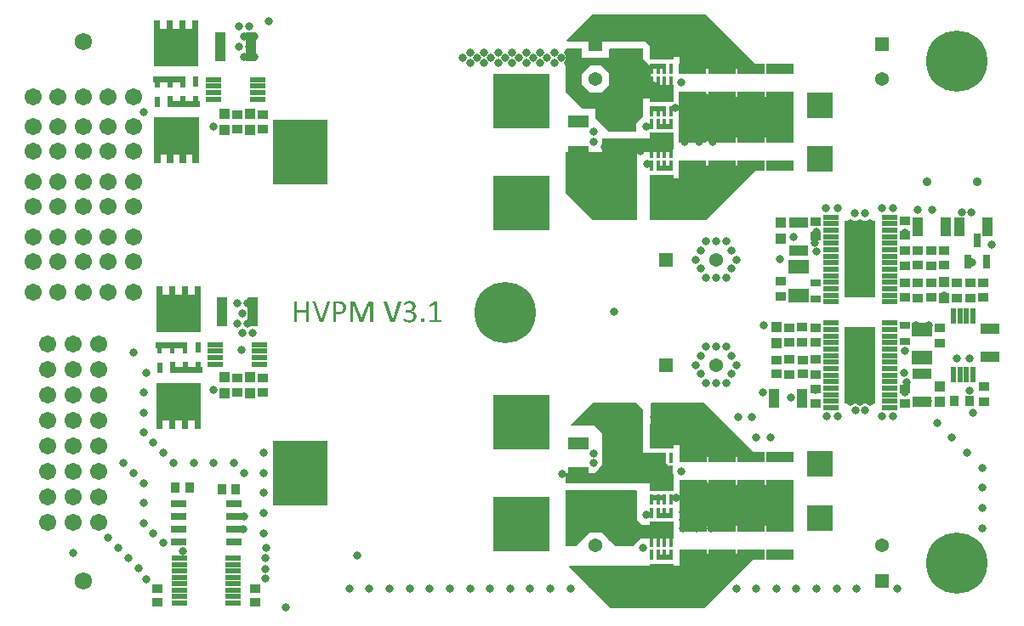
<source format=gts>
G04*
G04 #@! TF.GenerationSoftware,Altium Limited,Altium Designer,22.9.1 (49)*
G04*
G04 Layer_Color=8388736*
%FSLAX25Y25*%
%MOIN*%
G70*
G04*
G04 #@! TF.SameCoordinates,58640E65-FB78-4378-B78F-6D08F657F38D*
G04*
G04*
G04 #@! TF.FilePolarity,Negative*
G04*
G01*
G75*
%ADD44R,0.09843X0.10080*%
%ADD47R,0.04252X0.03465*%
%ADD48R,0.06398X0.02953*%
%ADD49R,0.03465X0.04252*%
%ADD50R,0.06299X0.02106*%
%ADD51R,0.21181X0.25394*%
%ADD52R,0.22402X0.21378*%
%ADD53R,0.11102X0.04409*%
%ADD54R,0.07874X0.05118*%
%ADD55R,0.01732X0.03543*%
%ADD56R,0.01732X0.04331*%
%ADD57R,0.09409X0.07126*%
%ADD58R,0.01732X0.02362*%
%ADD59R,0.04331X0.04134*%
%ADD60R,0.06004X0.02165*%
%ADD61R,0.04016X0.11496*%
%ADD62R,0.02165X0.06201*%
%ADD63R,0.04331X0.03740*%
%ADD64R,0.06102X0.02165*%
%ADD65R,0.12402X0.30158*%
%ADD66R,0.07559X0.04409*%
%ADD67R,0.03740X0.04331*%
%ADD68R,0.08110X0.05433*%
%ADD69R,0.04095X0.02520*%
%ADD70R,0.04409X0.07559*%
%ADD71R,0.01968X0.04331*%
%ADD72R,0.02953X0.05315*%
%ADD73R,0.05413X0.05413*%
%ADD74C,0.05413*%
%ADD75C,0.06713*%
%ADD76C,0.06791*%
%ADD77R,0.05413X0.05413*%
%ADD78C,0.03543*%
%ADD79C,0.03150*%
%ADD80C,0.24016*%
G36*
X76595Y214735D02*
X59232D01*
Y232648D01*
X61594D01*
Y229498D01*
X64232D01*
Y232648D01*
X66594D01*
Y229498D01*
X69232D01*
Y232648D01*
X71595D01*
Y229498D01*
X74232D01*
Y232648D01*
X76595D01*
Y214735D01*
D02*
G37*
G36*
X296388Y214242D02*
X296197Y213779D01*
X265184D01*
Y218425D01*
X257953D01*
X251969Y224410D01*
X221126Y224409D01*
X220934Y224871D01*
X231102Y235039D01*
X265184Y235039D01*
X275590D01*
X296388Y214242D01*
D02*
G37*
G36*
X71398Y206467D02*
X69429D01*
Y208435D01*
X66398D01*
Y206467D01*
X64429D01*
Y208435D01*
X61398D01*
Y206467D01*
X59429D01*
Y208435D01*
X58799D01*
Y210798D01*
X71398D01*
Y206467D01*
D02*
G37*
G36*
X76535Y200984D02*
X77165D01*
Y198622D01*
X64567D01*
Y202953D01*
X66535D01*
Y200984D01*
X69567D01*
Y202953D01*
X71535D01*
Y200984D01*
X74567D01*
Y202953D01*
X76535D01*
Y200984D01*
D02*
G37*
G36*
X226526Y221649D02*
X227018Y221630D01*
X227018Y221148D01*
Y218159D01*
X237549D01*
Y221140D01*
X238045Y221640D01*
X250807Y221630D01*
Y217697D01*
X253937Y214567D01*
X253937Y201890D01*
X250807D01*
Y195143D01*
X248181Y192517D01*
Y188976D01*
X237441D01*
X232087Y194330D01*
Y198031D01*
X227165D01*
X220472Y204724D01*
Y221300D01*
X220826Y221653D01*
X226526Y221649D01*
D02*
G37*
G36*
X309842Y186614D02*
X264961D01*
Y202756D01*
X309842D01*
Y186614D01*
D02*
G37*
G36*
X76732Y176772D02*
X74370D01*
Y179921D01*
X71732D01*
Y176772D01*
X69370D01*
Y179921D01*
X66732D01*
Y176772D01*
X64370D01*
Y179921D01*
X61732D01*
Y176772D01*
X59370D01*
Y194685D01*
X76732D01*
Y176772D01*
D02*
G37*
G36*
X296389Y175129D02*
X275590Y154331D01*
X264961Y154331D01*
Y154332D01*
X253940Y154331D01*
X253587Y154684D01*
Y165705D01*
Y170827D01*
X264961D01*
Y175591D01*
X296197D01*
X296389Y175129D01*
D02*
G37*
G36*
X262598Y181102D02*
X248425D01*
Y154331D01*
X231102D01*
X220472Y164961D01*
Y181102D01*
X235039D01*
Y186221D01*
X262598D01*
Y181102D01*
D02*
G37*
G36*
X77579Y110335D02*
X60216D01*
Y128248D01*
X62579D01*
Y125098D01*
X65216D01*
Y128248D01*
X67579D01*
Y125098D01*
X70217D01*
Y128248D01*
X72579D01*
Y125098D01*
X75217D01*
Y128248D01*
X77579D01*
Y110335D01*
D02*
G37*
G36*
X72382Y102067D02*
X70413D01*
Y104035D01*
X67382D01*
Y102067D01*
X65413D01*
Y104035D01*
X62382D01*
Y102067D01*
X60413D01*
Y104035D01*
X59784D01*
Y106398D01*
X72382D01*
Y102067D01*
D02*
G37*
G36*
X77520Y96653D02*
X78150D01*
Y94291D01*
X65551D01*
Y98622D01*
X67520D01*
Y96653D01*
X70551D01*
Y98622D01*
X72520D01*
Y96653D01*
X75551D01*
Y98622D01*
X77520D01*
Y96653D01*
D02*
G37*
G36*
X295601Y61879D02*
X295410Y61417D01*
X265131D01*
Y66181D01*
X253757D01*
Y71303D01*
Y82324D01*
X254111Y82677D01*
X265131Y82675D01*
Y82677D01*
X274803D01*
X295601Y61879D01*
D02*
G37*
G36*
X77716Y72441D02*
X75354D01*
Y75590D01*
X72716D01*
Y72441D01*
X70354D01*
Y75590D01*
X67716D01*
Y72441D01*
X65354D01*
Y75590D01*
X62717D01*
Y72441D01*
X60354D01*
Y90354D01*
X77716D01*
Y72441D01*
D02*
G37*
G36*
X249803Y80905D02*
X250787Y79921D01*
X250787Y62992D01*
X259842D01*
Y59055D01*
X261491Y57406D01*
X261888D01*
Y52187D01*
X262456Y51619D01*
X262019Y51181D01*
X220472D01*
Y55118D01*
X232192D01*
X234793Y58197D01*
Y70719D01*
X231890Y73622D01*
X222701D01*
X222509Y74084D01*
X231102Y82677D01*
X248031D01*
X249803Y80905D01*
D02*
G37*
G36*
X310013Y34252D02*
X265131D01*
Y50394D01*
X310013D01*
Y34252D01*
D02*
G37*
G36*
X248446Y47934D02*
X248446Y36653D01*
X250374Y34724D01*
X253935D01*
Y29530D01*
X253891Y29423D01*
X250024D01*
X246979Y26378D01*
X239764D01*
Y26541D01*
X234465Y31841D01*
X230102D01*
X224640Y26378D01*
X220472D01*
Y48425D01*
X247955D01*
X248446Y47934D01*
D02*
G37*
G36*
X295601Y22766D02*
X274803Y1969D01*
X265354Y1969D01*
X238189D01*
X222037Y18121D01*
X222228Y18583D01*
X265354D01*
Y23228D01*
X295410D01*
X295601Y22766D01*
D02*
G37*
G36*
X119671Y122469D02*
X119747Y122458D01*
X119769D01*
X119813Y122447D01*
X119868Y122436D01*
X119922Y122425D01*
X119933D01*
X119955Y122415D01*
X119988Y122393D01*
X120010Y122360D01*
X120021Y122349D01*
X120032Y122338D01*
X120043Y122305D01*
Y122272D01*
Y114457D01*
Y114446D01*
Y114425D01*
X120032Y114392D01*
X120010Y114359D01*
X119988Y114337D01*
X119966Y114326D01*
X119922Y114304D01*
X119912D01*
X119879Y114294D01*
X119824D01*
X119747Y114283D01*
X119726D01*
X119682Y114272D01*
X119605Y114261D01*
X119398D01*
X119321Y114272D01*
X119234Y114283D01*
X119223D01*
X119179Y114294D01*
X119124D01*
X119070Y114304D01*
X119059D01*
X119037Y114315D01*
X119004Y114337D01*
X118982Y114359D01*
Y114370D01*
X118972Y114392D01*
X118961Y114457D01*
Y118075D01*
X115255D01*
Y114457D01*
Y114446D01*
Y114425D01*
X115244Y114392D01*
X115223Y114359D01*
X115201Y114337D01*
X115179Y114326D01*
X115135Y114304D01*
X115124D01*
X115091Y114294D01*
X115037D01*
X114960Y114283D01*
X114938D01*
X114895Y114272D01*
X114818Y114261D01*
X114621D01*
X114534Y114272D01*
X114446Y114283D01*
X114436D01*
X114392Y114294D01*
X114337D01*
X114283Y114304D01*
X114272D01*
X114250Y114315D01*
X114217Y114337D01*
X114195Y114359D01*
Y114370D01*
X114184Y114392D01*
X114173Y114457D01*
Y122272D01*
Y122283D01*
Y122305D01*
X114195Y122360D01*
Y122371D01*
X114217Y122382D01*
X114239Y122404D01*
X114283Y122425D01*
X114294D01*
X114326Y122436D01*
X114381Y122447D01*
X114446Y122458D01*
X114468D01*
X114523Y122469D01*
X114600Y122480D01*
X114796D01*
X114884Y122469D01*
X114960Y122458D01*
X114982D01*
X115026Y122447D01*
X115080Y122436D01*
X115135Y122425D01*
X115146D01*
X115168Y122415D01*
X115201Y122393D01*
X115223Y122360D01*
X115233Y122349D01*
X115244Y122338D01*
X115255Y122305D01*
Y122272D01*
Y119015D01*
X118961D01*
Y122272D01*
Y122283D01*
Y122305D01*
X118982Y122360D01*
Y122371D01*
X119004Y122382D01*
X119026Y122404D01*
X119070Y122425D01*
X119081D01*
X119114Y122436D01*
X119168Y122447D01*
X119234Y122458D01*
X119256D01*
X119299Y122469D01*
X119387Y122480D01*
X119584D01*
X119671Y122469D01*
D02*
G37*
G36*
X144712Y122436D02*
X144766Y122415D01*
X144777Y122404D01*
X144821Y122393D01*
X144865Y122360D01*
X144908Y122316D01*
X144919Y122305D01*
X144952Y122283D01*
X144985Y122229D01*
X145018Y122174D01*
X145029Y122163D01*
X145040Y122119D01*
X145051Y122043D01*
X145061Y121955D01*
Y114457D01*
Y114446D01*
Y114425D01*
X145051Y114392D01*
X145029Y114359D01*
X145007Y114337D01*
X144985Y114326D01*
X144941Y114304D01*
X144930D01*
X144897Y114294D01*
X144843D01*
X144777Y114283D01*
X144755D01*
X144712Y114272D01*
X144624Y114261D01*
X144428D01*
X144340Y114272D01*
X144253Y114283D01*
X144242D01*
X144198Y114294D01*
X144143D01*
X144089Y114304D01*
X144078D01*
X144056Y114315D01*
X144023Y114337D01*
X144001Y114359D01*
Y114370D01*
X143990Y114392D01*
X143979Y114457D01*
Y121551D01*
X143957D01*
X141083Y114425D01*
Y114414D01*
X141072Y114403D01*
X141061Y114370D01*
X141028Y114348D01*
X141017D01*
X141006Y114326D01*
X140974Y114315D01*
X140930Y114294D01*
X140919D01*
X140886Y114283D01*
X140842D01*
X140777Y114272D01*
X140722D01*
X140646Y114261D01*
X140482D01*
X140405Y114272D01*
X140329Y114283D01*
X140318D01*
X140274Y114294D01*
X140230D01*
X140176Y114304D01*
X140165D01*
X140143Y114315D01*
X140110Y114337D01*
X140077Y114359D01*
Y114370D01*
X140056Y114381D01*
X140034Y114425D01*
X137279Y121551D01*
Y114457D01*
Y114446D01*
Y114425D01*
X137268Y114392D01*
X137247Y114359D01*
X137225Y114337D01*
X137203Y114326D01*
X137159Y114304D01*
X137148D01*
X137115Y114294D01*
X137061D01*
X136984Y114283D01*
X136962D01*
X136919Y114272D01*
X136831Y114261D01*
X136634D01*
X136547Y114272D01*
X136460Y114283D01*
X136449D01*
X136405Y114294D01*
X136350D01*
X136296Y114304D01*
X136285D01*
X136263Y114315D01*
X136241Y114337D01*
X136219Y114359D01*
Y114370D01*
X136208Y114392D01*
X136197Y114457D01*
Y121955D01*
Y121966D01*
Y121999D01*
X136208Y122043D01*
X136219Y122098D01*
X136252Y122229D01*
X136285Y122283D01*
X136328Y122327D01*
X136339Y122338D01*
X136350Y122349D01*
X136427Y122393D01*
X136525Y122425D01*
X136580Y122447D01*
X137432D01*
X137552Y122425D01*
X137673Y122404D01*
X137684D01*
X137695Y122393D01*
X137760Y122382D01*
X137848Y122338D01*
X137935Y122283D01*
X137946D01*
X137957Y122272D01*
X138001Y122229D01*
X138066Y122163D01*
X138132Y122076D01*
X138143Y122054D01*
X138175Y121999D01*
X138219Y121901D01*
X138263Y121781D01*
X140602Y115878D01*
X140624D01*
X143050Y121759D01*
Y121770D01*
X143061Y121791D01*
X143083Y121824D01*
X143094Y121879D01*
X143149Y121977D01*
X143203Y122087D01*
Y122098D01*
X143214Y122108D01*
X143258Y122163D01*
X143324Y122229D01*
X143389Y122294D01*
X143411Y122305D01*
X143455Y122338D01*
X143520Y122371D01*
X143608Y122404D01*
X143619D01*
X143630Y122415D01*
X143684Y122425D01*
X143783Y122436D01*
X143892Y122447D01*
X144646D01*
X144712Y122436D01*
D02*
G37*
G36*
X155860Y122469D02*
X155959Y122458D01*
X155981D01*
X156024Y122447D01*
X156079Y122436D01*
X156112Y122404D01*
X156123Y122393D01*
X156133Y122371D01*
X156144Y122327D01*
Y122272D01*
Y122261D01*
X156133Y122207D01*
X156123Y122141D01*
X156090Y122043D01*
X153434Y114479D01*
Y114468D01*
X153423Y114446D01*
X153368Y114370D01*
X153357Y114359D01*
X153335Y114348D01*
X153292Y114326D01*
X153237Y114304D01*
X153226D01*
X153182Y114294D01*
X153117Y114283D01*
X153040Y114272D01*
X152964D01*
X152865Y114261D01*
X152581D01*
X152494Y114272D01*
X152374D01*
X152319Y114283D01*
X152308D01*
X152275Y114294D01*
X152188Y114304D01*
X152177D01*
X152155Y114315D01*
X152089Y114337D01*
Y114348D01*
X152067Y114359D01*
X152035Y114403D01*
Y114414D01*
X152024Y114425D01*
X152002Y114490D01*
X149335Y122054D01*
Y122065D01*
X149324Y122076D01*
X149313Y122130D01*
X149291Y122207D01*
X149280Y122272D01*
Y122283D01*
X149291Y122327D01*
X149302Y122360D01*
X149335Y122404D01*
X149346Y122415D01*
X149379Y122425D01*
X149433Y122447D01*
X149510Y122458D01*
X149532D01*
X149565Y122469D01*
X149608D01*
X149718Y122480D01*
X150046D01*
X150133Y122469D01*
X150155D01*
X150198Y122458D01*
X150253Y122447D01*
X150297Y122425D01*
X150308D01*
X150330Y122415D01*
X150352Y122393D01*
X150373Y122360D01*
X150384Y122349D01*
X150395Y122338D01*
X150417Y122305D01*
X150439Y122261D01*
X152778Y115408D01*
X155051Y122250D01*
Y122261D01*
X155062Y122294D01*
X155084Y122360D01*
X155095Y122371D01*
X155106Y122382D01*
X155172Y122425D01*
X155183Y122436D01*
X155215Y122447D01*
X155270Y122458D01*
X155347Y122469D01*
X155368D01*
X155434Y122480D01*
X155762D01*
X155860Y122469D01*
D02*
G37*
G36*
X127923D02*
X128022Y122458D01*
X128043D01*
X128087Y122447D01*
X128142Y122436D01*
X128175Y122404D01*
X128185Y122393D01*
X128196Y122371D01*
X128207Y122327D01*
Y122272D01*
Y122261D01*
X128196Y122207D01*
X128185Y122141D01*
X128153Y122043D01*
X125497Y114479D01*
Y114468D01*
X125486Y114446D01*
X125431Y114370D01*
X125420Y114359D01*
X125398Y114348D01*
X125355Y114326D01*
X125300Y114304D01*
X125289D01*
X125245Y114294D01*
X125180Y114283D01*
X125103Y114272D01*
X125027D01*
X124928Y114261D01*
X124644D01*
X124557Y114272D01*
X124436D01*
X124382Y114283D01*
X124371D01*
X124338Y114294D01*
X124251Y114304D01*
X124240D01*
X124218Y114315D01*
X124152Y114337D01*
Y114348D01*
X124130Y114359D01*
X124098Y114403D01*
Y114414D01*
X124087Y114425D01*
X124065Y114490D01*
X121398Y122054D01*
Y122065D01*
X121387Y122076D01*
X121376Y122130D01*
X121354Y122207D01*
X121343Y122272D01*
Y122283D01*
X121354Y122327D01*
X121365Y122360D01*
X121398Y122404D01*
X121409Y122415D01*
X121442Y122425D01*
X121496Y122447D01*
X121573Y122458D01*
X121595D01*
X121627Y122469D01*
X121671D01*
X121781Y122480D01*
X122108D01*
X122196Y122469D01*
X122218D01*
X122261Y122458D01*
X122316Y122447D01*
X122360Y122425D01*
X122371D01*
X122393Y122415D01*
X122415Y122393D01*
X122436Y122360D01*
X122447Y122349D01*
X122458Y122338D01*
X122480Y122305D01*
X122502Y122261D01*
X124841Y115408D01*
X127114Y122250D01*
Y122261D01*
X127125Y122294D01*
X127147Y122360D01*
X127158Y122371D01*
X127169Y122382D01*
X127235Y122425D01*
X127245Y122436D01*
X127278Y122447D01*
X127333Y122458D01*
X127410Y122469D01*
X127431D01*
X127497Y122480D01*
X127825D01*
X127923Y122469D01*
D02*
G37*
G36*
X159675Y122556D02*
X159806Y122546D01*
X159959Y122535D01*
X160123Y122502D01*
X160298Y122469D01*
X160462Y122415D01*
X160484Y122404D01*
X160538Y122393D01*
X160615Y122360D01*
X160713Y122305D01*
X160822Y122250D01*
X160943Y122185D01*
X161063Y122098D01*
X161172Y121999D01*
X161183Y121988D01*
X161216Y121955D01*
X161271Y121901D01*
X161336Y121824D01*
X161413Y121726D01*
X161478Y121617D01*
X161555Y121496D01*
X161609Y121365D01*
X161620Y121354D01*
X161631Y121300D01*
X161653Y121223D01*
X161686Y121125D01*
X161708Y121004D01*
X161730Y120873D01*
X161741Y120720D01*
X161751Y120556D01*
Y120535D01*
Y120491D01*
Y120414D01*
X161741Y120327D01*
X161730Y120218D01*
X161708Y120086D01*
X161642Y119835D01*
Y119824D01*
X161620Y119780D01*
X161599Y119715D01*
X161566Y119638D01*
X161522Y119551D01*
X161478Y119452D01*
X161347Y119245D01*
X161336Y119234D01*
X161314Y119201D01*
X161271Y119157D01*
X161216Y119103D01*
X161139Y119026D01*
X161063Y118961D01*
X160866Y118818D01*
X160855Y118807D01*
X160822Y118786D01*
X160757Y118764D01*
X160680Y118720D01*
X160593Y118676D01*
X160484Y118644D01*
X160353Y118600D01*
X160221Y118567D01*
Y118556D01*
X160243D01*
X160287Y118545D01*
X160374Y118534D01*
X160473Y118512D01*
X160593Y118491D01*
X160724Y118447D01*
X160855Y118403D01*
X160986Y118349D01*
X160997Y118338D01*
X161041Y118316D01*
X161107Y118283D01*
X161194Y118239D01*
X161293Y118174D01*
X161391Y118097D01*
X161588Y117922D01*
X161599Y117911D01*
X161631Y117878D01*
X161675Y117824D01*
X161741Y117758D01*
X161806Y117671D01*
X161872Y117572D01*
X161937Y117452D01*
X161992Y117332D01*
X162003Y117321D01*
X162014Y117277D01*
X162036Y117212D01*
X162068Y117124D01*
X162090Y117015D01*
X162112Y116895D01*
X162123Y116764D01*
X162134Y116622D01*
Y116611D01*
Y116600D01*
Y116567D01*
Y116523D01*
X162123Y116414D01*
X162112Y116283D01*
X162090Y116119D01*
X162047Y115955D01*
X162003Y115780D01*
X161937Y115605D01*
X161926Y115583D01*
X161905Y115529D01*
X161861Y115441D01*
X161795Y115343D01*
X161708Y115223D01*
X161620Y115091D01*
X161500Y114960D01*
X161369Y114829D01*
X161358Y114818D01*
X161303Y114774D01*
X161227Y114720D01*
X161118Y114654D01*
X160997Y114567D01*
X160844Y114490D01*
X160670Y114414D01*
X160473Y114337D01*
X160462D01*
X160451Y114326D01*
X160418D01*
X160374Y114315D01*
X160265Y114283D01*
X160123Y114261D01*
X159948Y114228D01*
X159740Y114195D01*
X159511Y114184D01*
X159270Y114173D01*
X159117D01*
X159019Y114184D01*
X158899D01*
X158768Y114206D01*
X158494Y114239D01*
X158483D01*
X158440Y114250D01*
X158374Y114261D01*
X158287Y114283D01*
X158188Y114304D01*
X158079Y114326D01*
X157860Y114392D01*
X157850D01*
X157817Y114403D01*
X157762Y114425D01*
X157696Y114446D01*
X157554Y114512D01*
X157401Y114578D01*
X157390D01*
X157369Y114600D01*
X157303Y114632D01*
X157227Y114676D01*
X157194Y114698D01*
X157172Y114720D01*
X157161Y114731D01*
X157150Y114752D01*
X157106Y114807D01*
Y114818D01*
X157095Y114840D01*
X157084Y114873D01*
X157063Y114917D01*
Y114927D01*
X157052Y114960D01*
X157041Y115004D01*
X157030Y115069D01*
Y115091D01*
Y115135D01*
Y115212D01*
Y115299D01*
Y115310D01*
Y115332D01*
Y115375D01*
X157041Y115419D01*
X157052Y115518D01*
X157063Y115572D01*
X157073Y115605D01*
X157084Y115616D01*
X157106Y115660D01*
X157139Y115692D01*
X157194Y115703D01*
X157205D01*
X157248Y115692D01*
X157314Y115660D01*
X157423Y115594D01*
X157434D01*
X157456Y115572D01*
X157489Y115561D01*
X157544Y115529D01*
X157609Y115496D01*
X157686Y115463D01*
X157860Y115375D01*
X157871D01*
X157904Y115354D01*
X157970Y115332D01*
X158046Y115310D01*
X158134Y115277D01*
X158243Y115244D01*
X158363Y115201D01*
X158494Y115168D01*
X158516D01*
X158560Y115157D01*
X158636Y115135D01*
X158735Y115124D01*
X158844Y115102D01*
X158986Y115080D01*
X159128Y115069D01*
X159369D01*
X159445Y115080D01*
X159544D01*
X159664Y115091D01*
X159784Y115113D01*
X160036Y115168D01*
X160046D01*
X160090Y115190D01*
X160156Y115212D01*
X160232Y115244D01*
X160407Y115343D01*
X160582Y115474D01*
X160593Y115485D01*
X160615Y115507D01*
X160659Y115550D01*
X160702Y115605D01*
X160757Y115671D01*
X160811Y115747D01*
X160910Y115933D01*
X160921Y115944D01*
X160932Y115977D01*
X160954Y116031D01*
X160976Y116108D01*
X160997Y116195D01*
X161008Y116294D01*
X161030Y116403D01*
Y116523D01*
Y116534D01*
Y116578D01*
X161019Y116643D01*
X161008Y116731D01*
X160997Y116818D01*
X160976Y116928D01*
X160932Y117026D01*
X160888Y117135D01*
X160877Y117146D01*
X160866Y117179D01*
X160833Y117234D01*
X160779Y117299D01*
X160724Y117376D01*
X160659Y117463D01*
X160571Y117540D01*
X160473Y117616D01*
X160462Y117627D01*
X160429Y117649D01*
X160363Y117693D01*
X160287Y117736D01*
X160188Y117780D01*
X160079Y117835D01*
X159948Y117889D01*
X159806Y117933D01*
X159784D01*
X159740Y117955D01*
X159653Y117966D01*
X159544Y117988D01*
X159413Y118010D01*
X159259Y118021D01*
X159096Y118043D01*
X158079D01*
X158002Y118064D01*
X157992D01*
X157981Y118086D01*
X157926Y118130D01*
Y118141D01*
X157904Y118163D01*
X157893Y118206D01*
X157871Y118261D01*
Y118272D01*
X157860Y118327D01*
X157850Y118392D01*
Y118480D01*
Y118491D01*
Y118501D01*
Y118545D01*
Y118611D01*
X157860Y118676D01*
Y118687D01*
X157871Y118720D01*
X157893Y118764D01*
X157915Y118797D01*
X157926Y118807D01*
X157937Y118818D01*
X157992Y118862D01*
X158002Y118873D01*
X158024Y118884D01*
X158057Y118895D01*
X158877D01*
X158964Y118906D01*
X159063D01*
X159172Y118917D01*
X159303Y118939D01*
X159555Y118993D01*
X159565D01*
X159609Y119015D01*
X159675Y119037D01*
X159751Y119070D01*
X159926Y119168D01*
X160112Y119299D01*
X160123Y119310D01*
X160145Y119332D01*
X160188Y119376D01*
X160243Y119441D01*
X160298Y119507D01*
X160353Y119595D01*
X160462Y119780D01*
X160473Y119791D01*
X160484Y119835D01*
X160505Y119890D01*
X160527Y119966D01*
X160549Y120064D01*
X160571Y120163D01*
X160593Y120283D01*
Y120414D01*
Y120425D01*
Y120458D01*
Y120502D01*
X160582Y120567D01*
X160560Y120720D01*
X160505Y120895D01*
Y120906D01*
X160495Y120939D01*
X160473Y120983D01*
X160451Y121037D01*
X160374Y121168D01*
X160265Y121300D01*
X160254Y121310D01*
X160232Y121332D01*
X160199Y121365D01*
X160156Y121398D01*
X160090Y121442D01*
X160014Y121485D01*
X159839Y121573D01*
X159828D01*
X159795Y121584D01*
X159740Y121606D01*
X159675Y121627D01*
X159587Y121638D01*
X159489Y121660D01*
X159380Y121671D01*
X159194D01*
X159128Y121660D01*
X159041D01*
X158932Y121638D01*
X158822Y121617D01*
X158702Y121595D01*
X158582Y121551D01*
X158571D01*
X158527Y121529D01*
X158473Y121507D01*
X158407Y121485D01*
X158319Y121453D01*
X158232Y121409D01*
X158046Y121321D01*
X158035D01*
X158002Y121300D01*
X157959Y121278D01*
X157904Y121245D01*
X157773Y121179D01*
X157642Y121092D01*
X157631D01*
X157620Y121070D01*
X157554Y121037D01*
X157489Y121004D01*
X157434Y120983D01*
X157412D01*
X157347Y120994D01*
X157325Y121004D01*
X157314Y121026D01*
X157292Y121048D01*
Y121059D01*
X157281Y121092D01*
X157270Y121136D01*
X157259Y121190D01*
Y121201D01*
Y121256D01*
Y121321D01*
Y121409D01*
Y121431D01*
Y121464D01*
Y121518D01*
Y121573D01*
Y121584D01*
X157270Y121617D01*
X157281Y121704D01*
Y121715D01*
X157292Y121737D01*
X157325Y121802D01*
X157336Y121813D01*
X157347Y121835D01*
X157412Y121901D01*
X157423Y121912D01*
X157467Y121944D01*
X157544Y121999D01*
X157653Y122076D01*
X157664Y122087D01*
X157686Y122098D01*
X157729Y122119D01*
X157784Y122152D01*
X157850Y122185D01*
X157926Y122229D01*
X158101Y122305D01*
X158112D01*
X158145Y122327D01*
X158210Y122349D01*
X158287Y122371D01*
X158374Y122404D01*
X158483Y122425D01*
X158593Y122458D01*
X158724Y122491D01*
X158735D01*
X158790Y122502D01*
X158855Y122513D01*
X158953Y122535D01*
X159063Y122546D01*
X159183Y122556D01*
X159325Y122567D01*
X159565D01*
X159675Y122556D01*
D02*
G37*
G36*
X169971Y122491D02*
X170047Y122480D01*
X170069D01*
X170113Y122469D01*
X170168Y122458D01*
X170211Y122447D01*
X170222D01*
X170244Y122436D01*
X170266Y122415D01*
X170288Y122393D01*
X170299Y122371D01*
X170310Y122316D01*
Y115168D01*
X171818D01*
X171840Y115157D01*
X171873Y115135D01*
X171884Y115124D01*
X171895Y115113D01*
X171949Y115048D01*
X171960Y115037D01*
X171971Y115015D01*
X171982Y114960D01*
X171993Y114906D01*
Y114895D01*
X172004Y114851D01*
X172015Y114796D01*
Y114720D01*
Y114698D01*
Y114654D01*
X172004Y114578D01*
X171993Y114512D01*
Y114501D01*
X171982Y114468D01*
X171938Y114381D01*
Y114370D01*
X171916Y114359D01*
X171862Y114315D01*
X171840Y114304D01*
X171785Y114294D01*
X167501D01*
X167435Y114315D01*
X167413Y114337D01*
X167369Y114381D01*
Y114392D01*
X167348Y114414D01*
X167337Y114457D01*
X167315Y114512D01*
Y114523D01*
Y114567D01*
X167304Y114632D01*
Y114720D01*
Y114742D01*
Y114785D01*
Y114840D01*
X167315Y114906D01*
Y114917D01*
X167326Y114960D01*
X167348Y115004D01*
X167359Y115048D01*
X167369Y115059D01*
X167380Y115080D01*
X167435Y115135D01*
X167446Y115146D01*
X167468Y115157D01*
X167490Y115168D01*
X169228D01*
Y121365D01*
X167654Y120425D01*
X167632Y120414D01*
X167588Y120392D01*
X167523Y120360D01*
X167457Y120338D01*
X167413D01*
X167369Y120349D01*
X167337Y120370D01*
X167326Y120381D01*
X167315Y120403D01*
X167293Y120447D01*
X167282Y120502D01*
Y120524D01*
Y120567D01*
X167271Y120644D01*
Y120742D01*
Y120764D01*
Y120808D01*
Y120862D01*
Y120928D01*
Y120939D01*
X167282Y120972D01*
X167293Y121015D01*
X167304Y121048D01*
Y121059D01*
X167315Y121081D01*
X167359Y121136D01*
X167369Y121147D01*
X167380Y121168D01*
X167446Y121223D01*
X169326Y122425D01*
X169337Y122436D01*
X169381Y122447D01*
X169392D01*
X169413Y122458D01*
X169479Y122480D01*
X169490D01*
X169512Y122491D01*
X169621D01*
X169665Y122502D01*
X169883D01*
X169971Y122491D01*
D02*
G37*
G36*
X131934Y122436D02*
X132022D01*
X132197Y122415D01*
X132240D01*
X132295Y122404D01*
X132361Y122393D01*
X132448Y122382D01*
X132547Y122360D01*
X132656Y122338D01*
X132776Y122316D01*
X132787D01*
X132831Y122305D01*
X132896Y122283D01*
X132984Y122261D01*
X133082Y122229D01*
X133191Y122174D01*
X133323Y122119D01*
X133443Y122054D01*
X133454Y122043D01*
X133498Y122021D01*
X133563Y121977D01*
X133651Y121923D01*
X133738Y121846D01*
X133836Y121759D01*
X133935Y121671D01*
X134033Y121562D01*
X134044Y121551D01*
X134077Y121507D01*
X134121Y121453D01*
X134175Y121376D01*
X134230Y121278D01*
X134295Y121158D01*
X134350Y121037D01*
X134405Y120895D01*
X134416Y120873D01*
X134426Y120830D01*
X134448Y120753D01*
X134470Y120644D01*
X134492Y120524D01*
X134514Y120381D01*
X134536Y120218D01*
Y120054D01*
Y120043D01*
Y120032D01*
Y119999D01*
Y119955D01*
X134525Y119835D01*
X134514Y119682D01*
X134481Y119518D01*
X134448Y119332D01*
X134394Y119135D01*
X134328Y118950D01*
X134317Y118928D01*
X134295Y118873D01*
X134241Y118775D01*
X134186Y118666D01*
X134099Y118523D01*
X134000Y118392D01*
X133880Y118250D01*
X133749Y118108D01*
X133727Y118097D01*
X133683Y118053D01*
X133607Y117988D01*
X133498Y117911D01*
X133366Y117835D01*
X133202Y117747D01*
X133028Y117660D01*
X132831Y117583D01*
X132820D01*
X132809Y117572D01*
X132776Y117561D01*
X132732Y117551D01*
X132623Y117529D01*
X132459Y117496D01*
X132273Y117452D01*
X132055Y117430D01*
X131803Y117409D01*
X131530Y117398D01*
X130612D01*
Y114457D01*
Y114446D01*
Y114425D01*
X130601Y114392D01*
X130579Y114359D01*
X130568D01*
X130557Y114337D01*
X130525Y114326D01*
X130481Y114304D01*
X130470D01*
X130437Y114294D01*
X130393D01*
X130317Y114283D01*
X130295D01*
X130251Y114272D01*
X130175Y114261D01*
X129978D01*
X129891Y114272D01*
X129803Y114283D01*
X129792D01*
X129748Y114294D01*
X129694D01*
X129639Y114304D01*
X129628D01*
X129606Y114315D01*
X129574Y114337D01*
X129552Y114359D01*
Y114370D01*
X129541Y114392D01*
X129530Y114457D01*
Y121977D01*
Y121988D01*
Y122021D01*
X129541Y122065D01*
X129552Y122119D01*
X129585Y122240D01*
X129617Y122294D01*
X129661Y122338D01*
X129672D01*
X129683Y122360D01*
X129748Y122393D01*
X129836Y122425D01*
X129956Y122447D01*
X131858D01*
X131934Y122436D01*
D02*
G37*
G36*
X164681Y115692D02*
X164757Y115682D01*
X164932Y115638D01*
X165009Y115605D01*
X165074Y115550D01*
X165085Y115540D01*
X165096Y115518D01*
X165118Y115485D01*
X165151Y115430D01*
X165173Y115343D01*
X165194Y115244D01*
X165205Y115124D01*
X165216Y114971D01*
Y114949D01*
Y114906D01*
X165205Y114829D01*
X165194Y114731D01*
X165151Y114534D01*
X165118Y114446D01*
X165063Y114381D01*
X165052Y114370D01*
X165031Y114359D01*
X164998Y114337D01*
X164943Y114315D01*
X164877Y114283D01*
X164779Y114261D01*
X164670Y114250D01*
X164539Y114239D01*
X164473D01*
X164408Y114250D01*
X164331Y114261D01*
X164156Y114304D01*
X164080Y114337D01*
X164014Y114381D01*
X164003Y114392D01*
X163992Y114414D01*
X163970Y114446D01*
X163949Y114512D01*
X163916Y114589D01*
X163894Y114687D01*
X163883Y114807D01*
X163872Y114960D01*
Y114982D01*
Y115037D01*
X163883Y115102D01*
X163894Y115201D01*
X163937Y115397D01*
X163970Y115485D01*
X164014Y115550D01*
X164025Y115561D01*
X164047Y115572D01*
X164080Y115594D01*
X164134Y115627D01*
X164211Y115660D01*
X164309Y115682D01*
X164418Y115692D01*
X164550Y115703D01*
X164615D01*
X164681Y115692D01*
D02*
G37*
%LPC*%
G36*
X234465Y214911D02*
X230102D01*
X227018Y211827D01*
Y207465D01*
X230102Y204380D01*
X234465D01*
X237549Y207465D01*
Y211827D01*
X234465Y214911D01*
D02*
G37*
G36*
X131607Y121551D02*
X130612D01*
Y118283D01*
X131672D01*
X131760Y118294D01*
X131869D01*
X132000Y118316D01*
X132131Y118338D01*
X132273Y118359D01*
X132394Y118403D01*
X132404Y118414D01*
X132448Y118425D01*
X132514Y118458D01*
X132590Y118501D01*
X132765Y118611D01*
X132940Y118753D01*
X132951Y118764D01*
X132973Y118797D01*
X133017Y118840D01*
X133071Y118906D01*
X133126Y118982D01*
X133180Y119070D01*
X133235Y119168D01*
X133279Y119278D01*
X133290Y119289D01*
X133301Y119332D01*
X133323Y119398D01*
X133344Y119485D01*
X133366Y119584D01*
X133377Y119704D01*
X133399Y119835D01*
Y119966D01*
Y119977D01*
Y119988D01*
Y120054D01*
X133388Y120141D01*
X133377Y120250D01*
X133355Y120381D01*
X133312Y120524D01*
X133268Y120655D01*
X133202Y120786D01*
X133191Y120797D01*
X133170Y120841D01*
X133126Y120906D01*
X133071Y120972D01*
X133006Y121059D01*
X132929Y121147D01*
X132842Y121223D01*
X132743Y121289D01*
X132732Y121300D01*
X132700Y121310D01*
X132645Y121343D01*
X132568Y121376D01*
X132481Y121409D01*
X132394Y121442D01*
X132284Y121475D01*
X132175Y121496D01*
X132164D01*
X132131Y121507D01*
X132066Y121518D01*
X132000Y121529D01*
X131913D01*
X131814Y121540D01*
X131607Y121551D01*
D02*
G37*
%LPD*%
D44*
X320079Y178456D02*
D03*
Y199497D02*
D03*
X320079Y37511D02*
D03*
Y58552D02*
D03*
D47*
X98819Y4331D02*
D03*
Y9843D02*
D03*
X60630Y4331D02*
D03*
Y9843D02*
D03*
X91929Y92323D02*
D03*
Y86811D02*
D03*
X101772Y92323D02*
D03*
Y86811D02*
D03*
X384252Y129528D02*
D03*
Y124016D02*
D03*
X353543Y87992D02*
D03*
Y82480D02*
D03*
X353551Y129618D02*
D03*
Y124106D02*
D03*
X363787D02*
D03*
Y129618D02*
D03*
X318504Y87992D02*
D03*
Y82480D02*
D03*
X303157Y99500D02*
D03*
Y93988D02*
D03*
X313394Y99500D02*
D03*
Y93988D02*
D03*
X308268Y112008D02*
D03*
Y106496D02*
D03*
X318504D02*
D03*
Y112008D02*
D03*
X91870Y190039D02*
D03*
Y195551D02*
D03*
X101969Y190157D02*
D03*
Y195669D02*
D03*
X358669Y136705D02*
D03*
Y142217D02*
D03*
X368905Y136705D02*
D03*
Y142217D02*
D03*
X318512Y148122D02*
D03*
Y153634D02*
D03*
X353543Y148425D02*
D03*
Y153937D02*
D03*
D48*
X90402Y42933D02*
D03*
Y37933D02*
D03*
Y32933D02*
D03*
Y27933D02*
D03*
X69047D02*
D03*
Y32933D02*
D03*
Y37933D02*
D03*
Y42933D02*
D03*
D49*
X91339Y48819D02*
D03*
X85827D02*
D03*
X67716Y49213D02*
D03*
X73228D02*
D03*
D50*
X69095Y21543D02*
D03*
Y19047D02*
D03*
Y16543D02*
D03*
Y14047D02*
D03*
Y11543D02*
D03*
Y9047D02*
D03*
Y6543D02*
D03*
Y4047D02*
D03*
X90354D02*
D03*
Y6543D02*
D03*
Y9047D02*
D03*
Y11543D02*
D03*
Y14047D02*
D03*
Y16543D02*
D03*
Y19047D02*
D03*
Y21543D02*
D03*
D51*
X116457Y181102D02*
D03*
Y55118D02*
D03*
D52*
X203366Y161122D02*
D03*
Y201102D02*
D03*
Y35138D02*
D03*
Y75118D02*
D03*
D53*
X304626Y213779D02*
D03*
X270472Y23031D02*
D03*
X293209Y213779D02*
D03*
X281890Y23031D02*
D03*
X281791Y213779D02*
D03*
X293307Y23031D02*
D03*
X270374Y213779D02*
D03*
X304724Y23031D02*
D03*
X270374Y202756D02*
D03*
X270374Y186614D02*
D03*
Y175591D02*
D03*
X281791Y202756D02*
D03*
X293209D02*
D03*
X304626D02*
D03*
X304626Y186614D02*
D03*
Y175591D02*
D03*
X281791Y186614D02*
D03*
Y175591D02*
D03*
X293209Y186614D02*
D03*
Y175591D02*
D03*
X270472Y61221D02*
D03*
Y50197D02*
D03*
X281890Y61221D02*
D03*
Y50197D02*
D03*
X293307Y34055D02*
D03*
X270472D02*
D03*
X281890D02*
D03*
X304724D02*
D03*
X293307Y61221D02*
D03*
Y50197D02*
D03*
X304724Y61221D02*
D03*
Y50197D02*
D03*
D54*
X225590Y181102D02*
D03*
Y192913D02*
D03*
X225492Y55020D02*
D03*
Y66831D02*
D03*
D55*
X254232Y11142D02*
D03*
X256791D02*
D03*
X259350D02*
D03*
X261910D02*
D03*
Y27677D02*
D03*
X259350D02*
D03*
X256791D02*
D03*
X254232D02*
D03*
X261910Y56299D02*
D03*
X259350D02*
D03*
X256791D02*
D03*
X254232D02*
D03*
Y72835D02*
D03*
X256791D02*
D03*
X259350D02*
D03*
X261910D02*
D03*
X254232Y180315D02*
D03*
X256791D02*
D03*
X259350D02*
D03*
X261909D02*
D03*
X254232Y208937D02*
D03*
X256791D02*
D03*
X259350D02*
D03*
X261909D02*
D03*
Y163779D02*
D03*
X259350D02*
D03*
X256791D02*
D03*
X254232D02*
D03*
Y225472D02*
D03*
X256791D02*
D03*
X259350D02*
D03*
X261909D02*
D03*
D56*
X261910Y22913D02*
D03*
X259350D02*
D03*
X256791D02*
D03*
X254232D02*
D03*
Y39449D02*
D03*
X256791D02*
D03*
X259350D02*
D03*
X261910D02*
D03*
X254232Y44528D02*
D03*
X256791D02*
D03*
X259350D02*
D03*
X261910D02*
D03*
Y61063D02*
D03*
X259350D02*
D03*
X256791D02*
D03*
X254232D02*
D03*
X261909Y192087D02*
D03*
X259350D02*
D03*
X256791D02*
D03*
X254232D02*
D03*
X261909Y197165D02*
D03*
X259350D02*
D03*
X256791D02*
D03*
X254232D02*
D03*
Y175551D02*
D03*
X256791D02*
D03*
X259350D02*
D03*
X261909D02*
D03*
Y213701D02*
D03*
X259350D02*
D03*
X256791D02*
D03*
X254232D02*
D03*
D57*
X258071Y16063D02*
D03*
Y32598D02*
D03*
Y51378D02*
D03*
Y67913D02*
D03*
X258071Y185236D02*
D03*
Y204016D02*
D03*
Y168701D02*
D03*
Y220551D02*
D03*
D58*
X258071Y21929D02*
D03*
X260630D02*
D03*
Y38465D02*
D03*
X258071D02*
D03*
Y45512D02*
D03*
X255512D02*
D03*
Y62047D02*
D03*
X258071D02*
D03*
X258071Y191102D02*
D03*
X260630D02*
D03*
X255512Y198150D02*
D03*
X258071D02*
D03*
X260630Y174567D02*
D03*
X258071D02*
D03*
X255512Y214685D02*
D03*
X258071D02*
D03*
D59*
X96850Y92716D02*
D03*
Y86417D02*
D03*
X368898Y123622D02*
D03*
Y129921D02*
D03*
X367323Y82874D02*
D03*
Y89173D02*
D03*
X303150Y112402D02*
D03*
Y106102D02*
D03*
X87008Y86417D02*
D03*
Y92716D02*
D03*
X86949Y195945D02*
D03*
Y189646D02*
D03*
X97047Y196063D02*
D03*
Y189764D02*
D03*
X304732Y153240D02*
D03*
Y146941D02*
D03*
D60*
X83280Y105512D02*
D03*
Y102953D02*
D03*
Y100394D02*
D03*
Y97835D02*
D03*
X100697D02*
D03*
Y100394D02*
D03*
Y102953D02*
D03*
Y105512D02*
D03*
X82571Y209429D02*
D03*
Y206870D02*
D03*
Y204311D02*
D03*
Y201752D02*
D03*
X99988D02*
D03*
Y204311D02*
D03*
Y206870D02*
D03*
Y209429D02*
D03*
D61*
X85925Y118405D02*
D03*
X98051D02*
D03*
X85216Y222323D02*
D03*
X97342D02*
D03*
D62*
X380217Y116685D02*
D03*
X377658D02*
D03*
X375098D02*
D03*
X372539D02*
D03*
Y93551D02*
D03*
X375098D02*
D03*
X377658D02*
D03*
X380217D02*
D03*
D63*
X374016Y129724D02*
D03*
Y123819D02*
D03*
X379134D02*
D03*
Y129724D02*
D03*
X384646Y88976D02*
D03*
Y83071D02*
D03*
X367331Y105996D02*
D03*
Y111902D02*
D03*
X358661Y129724D02*
D03*
Y123819D02*
D03*
X308276Y93791D02*
D03*
Y99697D02*
D03*
X313386Y106299D02*
D03*
Y112205D02*
D03*
X318512Y99697D02*
D03*
Y93791D02*
D03*
X304732Y130209D02*
D03*
Y124303D02*
D03*
X363787Y142413D02*
D03*
Y136508D02*
D03*
X353551D02*
D03*
Y142413D02*
D03*
D64*
X347547Y80701D02*
D03*
Y83260D02*
D03*
Y85819D02*
D03*
Y88378D02*
D03*
Y90937D02*
D03*
Y93496D02*
D03*
Y96055D02*
D03*
Y98614D02*
D03*
Y101173D02*
D03*
Y103732D02*
D03*
Y106291D02*
D03*
Y108850D02*
D03*
Y111409D02*
D03*
Y113969D02*
D03*
X324516D02*
D03*
Y111409D02*
D03*
Y108850D02*
D03*
Y106291D02*
D03*
Y103732D02*
D03*
Y101173D02*
D03*
Y98614D02*
D03*
Y96055D02*
D03*
Y93496D02*
D03*
Y90937D02*
D03*
Y88378D02*
D03*
Y85819D02*
D03*
Y83260D02*
D03*
Y80701D02*
D03*
X324516Y155504D02*
D03*
Y152945D02*
D03*
Y150386D02*
D03*
Y147827D02*
D03*
Y145268D02*
D03*
Y142709D02*
D03*
Y140150D02*
D03*
Y137591D02*
D03*
Y135031D02*
D03*
Y132473D02*
D03*
Y129913D02*
D03*
Y127354D02*
D03*
Y124795D02*
D03*
Y122236D02*
D03*
X347547D02*
D03*
Y124795D02*
D03*
Y127354D02*
D03*
Y129913D02*
D03*
Y132473D02*
D03*
Y135031D02*
D03*
Y137591D02*
D03*
Y140150D02*
D03*
Y142709D02*
D03*
Y145268D02*
D03*
Y147827D02*
D03*
Y150386D02*
D03*
Y152945D02*
D03*
Y155504D02*
D03*
D65*
X336032Y97335D02*
D03*
X336032Y138870D02*
D03*
D66*
X360244Y93988D02*
D03*
Y82965D02*
D03*
X387008Y111811D02*
D03*
Y100787D02*
D03*
X311819Y142217D02*
D03*
Y153240D02*
D03*
D67*
X373031Y83268D02*
D03*
X378937D02*
D03*
D68*
X360244Y111390D02*
D03*
Y100209D02*
D03*
X311819Y124815D02*
D03*
Y135996D02*
D03*
D69*
X353551Y112886D02*
D03*
Y106587D02*
D03*
X318512Y123319D02*
D03*
Y129618D02*
D03*
D70*
X313386Y84449D02*
D03*
X302362D02*
D03*
X385827Y151575D02*
D03*
X374803D02*
D03*
X358669Y151665D02*
D03*
X369693D02*
D03*
D71*
X61535Y96457D02*
D03*
X76398Y104232D02*
D03*
X60551Y200787D02*
D03*
X75413Y208632D02*
D03*
D72*
X378150Y137992D02*
D03*
X385630D02*
D03*
X381890Y146260D02*
D03*
D73*
X259842Y97441D02*
D03*
Y138779D02*
D03*
D74*
X279528Y97441D02*
D03*
Y138779D02*
D03*
X232283Y26575D02*
D03*
Y209646D02*
D03*
X344488Y26575D02*
D03*
Y209646D02*
D03*
D75*
X51181Y137894D02*
D03*
X41339D02*
D03*
X31496D02*
D03*
X21654D02*
D03*
X11811D02*
D03*
X51181Y126083D02*
D03*
X41339D02*
D03*
X31496D02*
D03*
X21654D02*
D03*
X11811D02*
D03*
X31496Y202854D02*
D03*
X21654D02*
D03*
X11811D02*
D03*
X21654Y191043D02*
D03*
X11811D02*
D03*
X21654Y181201D02*
D03*
X11811D02*
D03*
X21654Y169390D02*
D03*
X11811D02*
D03*
X21654Y159547D02*
D03*
X11811D02*
D03*
X21654Y147736D02*
D03*
X11811D02*
D03*
X51181Y169390D02*
D03*
Y202854D02*
D03*
X41339D02*
D03*
X51181Y191043D02*
D03*
X41339D02*
D03*
X51181Y181201D02*
D03*
X41339D02*
D03*
Y169390D02*
D03*
X51181Y159547D02*
D03*
X41339D02*
D03*
X51181Y147736D02*
D03*
X41339D02*
D03*
X31496D02*
D03*
Y191043D02*
D03*
Y181201D02*
D03*
Y169390D02*
D03*
Y159547D02*
D03*
X37716Y105728D02*
D03*
X17717Y85728D02*
D03*
X27716Y105728D02*
D03*
X17717Y75728D02*
D03*
X27716D02*
D03*
X37716Y95728D02*
D03*
X27716Y85728D02*
D03*
X17717Y95728D02*
D03*
X27716D02*
D03*
X17717Y105728D02*
D03*
Y55728D02*
D03*
X27716Y35728D02*
D03*
X17717D02*
D03*
X27716Y45728D02*
D03*
X17717D02*
D03*
X27716Y55728D02*
D03*
Y65728D02*
D03*
X17717D02*
D03*
X37716Y85728D02*
D03*
Y75728D02*
D03*
Y65728D02*
D03*
Y55728D02*
D03*
Y45728D02*
D03*
Y35728D02*
D03*
D76*
X31496Y12808D02*
D03*
Y224508D02*
D03*
D77*
X232283Y12795D02*
D03*
Y223425D02*
D03*
X344488Y12795D02*
D03*
Y223425D02*
D03*
D78*
X381890Y169291D02*
D03*
X362205D02*
D03*
D79*
X318898Y142035D02*
D03*
X239490Y118201D02*
D03*
X318087Y145328D02*
D03*
X353328Y94367D02*
D03*
X354191Y90812D02*
D03*
X300787Y68898D02*
D03*
X293701Y76933D02*
D03*
X288189D02*
D03*
X266142D02*
D03*
X255118D02*
D03*
X271654D02*
D03*
X277165D02*
D03*
X260630D02*
D03*
X373948Y99977D02*
D03*
X308925Y84646D02*
D03*
X364244Y158257D02*
D03*
X358661Y158268D02*
D03*
X298345Y112992D02*
D03*
X298031Y86614D02*
D03*
X282677Y69161D02*
D03*
X277165D02*
D03*
X266142D02*
D03*
X255118D02*
D03*
X271654D02*
D03*
X260630D02*
D03*
X59055Y66929D02*
D03*
X55118Y70866D02*
D03*
X62992Y62992D02*
D03*
X94153Y32933D02*
D03*
X103213Y25814D02*
D03*
X102362Y31496D02*
D03*
X102772Y21772D02*
D03*
X379921Y137795D02*
D03*
X368898Y124713D02*
D03*
X366142Y74803D02*
D03*
X295276Y68898D02*
D03*
X372047D02*
D03*
X377953Y62992D02*
D03*
X383858Y57087D02*
D03*
Y49213D02*
D03*
Y41339D02*
D03*
Y33465D02*
D03*
X350394Y9843D02*
D03*
X334646D02*
D03*
X326772D02*
D03*
X318898D02*
D03*
X311024D02*
D03*
X303150D02*
D03*
X295276D02*
D03*
X287402D02*
D03*
X279528D02*
D03*
X222441D02*
D03*
X214567D02*
D03*
X206693D02*
D03*
X198819D02*
D03*
X190945D02*
D03*
X183071D02*
D03*
X175197D02*
D03*
X167323D02*
D03*
X159449D02*
D03*
X151575D02*
D03*
X143701D02*
D03*
X135827D02*
D03*
X138976Y22835D02*
D03*
X102362Y62992D02*
D03*
X102126Y55118D02*
D03*
X102362Y39370D02*
D03*
Y47244D02*
D03*
X94488Y37933D02*
D03*
X102756Y17323D02*
D03*
Y13780D02*
D03*
X110762Y2453D02*
D03*
X47244Y59055D02*
D03*
X56328Y13488D02*
D03*
X70472Y24409D02*
D03*
X49213Y21654D02*
D03*
X53150Y17717D02*
D03*
X45276Y25591D02*
D03*
X66929Y59055D02*
D03*
X74803D02*
D03*
X82677D02*
D03*
X90551D02*
D03*
X94488Y55118D02*
D03*
X51181D02*
D03*
X55118Y51181D02*
D03*
Y43307D02*
D03*
Y35433D02*
D03*
X59055Y31496D02*
D03*
X62992Y27559D02*
D03*
X41339Y29528D02*
D03*
X27559Y23622D02*
D03*
X55118Y78740D02*
D03*
X63386Y77559D02*
D03*
Y80709D02*
D03*
X66142Y79134D02*
D03*
Y82284D02*
D03*
X68898Y77559D02*
D03*
Y80709D02*
D03*
X51181Y102362D02*
D03*
X55118Y86614D02*
D03*
X56102Y94488D02*
D03*
X63382Y123350D02*
D03*
Y120201D02*
D03*
Y117051D02*
D03*
Y113902D02*
D03*
X63386Y83858D02*
D03*
Y87008D02*
D03*
X66142Y85433D02*
D03*
Y121653D02*
D03*
Y88583D02*
D03*
Y112205D02*
D03*
Y118504D02*
D03*
Y115354D02*
D03*
X68898Y123228D02*
D03*
Y120079D02*
D03*
X219291Y54724D02*
D03*
X224754Y46801D02*
D03*
X231693Y62795D02*
D03*
X231715Y58993D02*
D03*
X238583Y35827D02*
D03*
X238583Y32677D02*
D03*
X238583Y29528D02*
D03*
X241339Y37402D02*
D03*
X241339Y34252D02*
D03*
X241339Y31102D02*
D03*
X241339Y27953D02*
D03*
X68898Y83858D02*
D03*
Y113779D02*
D03*
Y116929D02*
D03*
X69035Y86713D02*
D03*
X71653Y79134D02*
D03*
Y82284D02*
D03*
Y85433D02*
D03*
Y88583D02*
D03*
Y112205D02*
D03*
Y115354D02*
D03*
Y118504D02*
D03*
Y121653D02*
D03*
X74409Y77559D02*
D03*
Y80709D02*
D03*
Y83858D02*
D03*
Y87008D02*
D03*
Y113779D02*
D03*
Y116929D02*
D03*
Y120079D02*
D03*
Y123228D02*
D03*
X82677Y87598D02*
D03*
X91917Y113812D02*
D03*
Y121686D02*
D03*
X93504Y103347D02*
D03*
X93886Y109875D02*
D03*
Y117749D02*
D03*
X95854Y113812D02*
D03*
Y121686D02*
D03*
X97823Y109875D02*
D03*
Y117749D02*
D03*
X62598Y183465D02*
D03*
Y186614D02*
D03*
X65354Y181890D02*
D03*
Y185039D02*
D03*
X68110Y183465D02*
D03*
Y186614D02*
D03*
X70866Y181890D02*
D03*
Y185039D02*
D03*
X55118Y196850D02*
D03*
X62598Y189764D02*
D03*
Y192913D02*
D03*
X62599Y220079D02*
D03*
Y216929D02*
D03*
Y226378D02*
D03*
Y223228D02*
D03*
X65354Y188189D02*
D03*
Y191339D02*
D03*
X65354Y227953D02*
D03*
Y221654D02*
D03*
Y224803D02*
D03*
Y218504D02*
D03*
X68110Y189764D02*
D03*
Y192913D02*
D03*
X68110Y220079D02*
D03*
Y226378D02*
D03*
Y216929D02*
D03*
Y223228D02*
D03*
X70866Y188189D02*
D03*
Y191339D02*
D03*
X73622Y186614D02*
D03*
Y189764D02*
D03*
Y192913D02*
D03*
Y183465D02*
D03*
X73622Y216929D02*
D03*
X82677Y190945D02*
D03*
X180315Y218110D02*
D03*
X183071Y216142D02*
D03*
X185827Y218110D02*
D03*
X188583Y216142D02*
D03*
X194095Y216142D02*
D03*
X199606D02*
D03*
X205118Y216142D02*
D03*
X210630D02*
D03*
X216142D02*
D03*
X221654D02*
D03*
X231693Y188878D02*
D03*
X231715Y185076D02*
D03*
X236035Y182890D02*
D03*
X236035Y179740D02*
D03*
X236035Y176591D02*
D03*
X238791Y184465D02*
D03*
X238791Y181315D02*
D03*
X238791Y178165D02*
D03*
X238791Y175016D02*
D03*
X241339Y208661D02*
D03*
Y211811D02*
D03*
Y214961D02*
D03*
X241547Y182890D02*
D03*
X241547Y179740D02*
D03*
X241547Y176591D02*
D03*
X70866Y218504D02*
D03*
Y221654D02*
D03*
Y227953D02*
D03*
Y224803D02*
D03*
X73622Y220079D02*
D03*
Y226378D02*
D03*
Y223228D02*
D03*
X92520Y222441D02*
D03*
Y230315D02*
D03*
X94488Y218504D02*
D03*
Y226378D02*
D03*
X96457Y230315D02*
D03*
Y222441D02*
D03*
X98425Y218504D02*
D03*
Y226378D02*
D03*
X104331Y232283D02*
D03*
X183071Y220079D02*
D03*
X188583D02*
D03*
X191339Y218110D02*
D03*
X194095Y220079D02*
D03*
X196850Y218110D02*
D03*
X199606Y220079D02*
D03*
X202362Y218110D02*
D03*
X205118Y220079D02*
D03*
X207874Y218110D02*
D03*
X210630Y220079D02*
D03*
X213386Y218110D02*
D03*
X216142Y220079D02*
D03*
X218898Y218110D02*
D03*
X221654Y220079D02*
D03*
X224410Y218110D02*
D03*
X250000Y9843D02*
D03*
X244488D02*
D03*
X255512D02*
D03*
X252756Y11417D02*
D03*
X247244D02*
D03*
X244488Y12992D02*
D03*
X250000D02*
D03*
X255512D02*
D03*
X252756Y14567D02*
D03*
X247244D02*
D03*
X251060Y25571D02*
D03*
X244094Y29528D02*
D03*
X246850Y31102D02*
D03*
X244094Y32677D02*
D03*
X249606D02*
D03*
X255118D02*
D03*
X246850Y34252D02*
D03*
X244094Y35827D02*
D03*
X246850Y37402D02*
D03*
X252362Y38583D02*
D03*
X244094Y38976D02*
D03*
X257874Y51575D02*
D03*
X249606Y53150D02*
D03*
X244094D02*
D03*
X255118D02*
D03*
X252362Y54724D02*
D03*
X246850D02*
D03*
X257874D02*
D03*
X244094Y56299D02*
D03*
X249606D02*
D03*
X255118D02*
D03*
X252362Y57874D02*
D03*
X261024Y9843D02*
D03*
X266535D02*
D03*
X272047D02*
D03*
X258268Y11417D02*
D03*
X263779D02*
D03*
X269291D02*
D03*
X261024Y12992D02*
D03*
X266535D02*
D03*
X272047D02*
D03*
X258268Y14567D02*
D03*
X263779D02*
D03*
X269291D02*
D03*
X260630Y32677D02*
D03*
X266535Y33465D02*
D03*
X272047D02*
D03*
X269291Y35039D02*
D03*
X274803D02*
D03*
X272047Y36614D02*
D03*
X266535Y36614D02*
D03*
X269291Y38189D02*
D03*
X266535Y39764D02*
D03*
X272047D02*
D03*
X269291Y41339D02*
D03*
X272047Y42913D02*
D03*
X269291Y44488D02*
D03*
X263779Y45276D02*
D03*
X272047Y46063D02*
D03*
Y49213D02*
D03*
X274803Y50787D02*
D03*
X260630Y53150D02*
D03*
X265740Y55810D02*
D03*
X260630Y56299D02*
D03*
X257874Y57874D02*
D03*
X246850D02*
D03*
X249606Y59449D02*
D03*
X255118D02*
D03*
X258268Y170473D02*
D03*
X255512Y168898D02*
D03*
X258268Y161024D02*
D03*
Y164173D02*
D03*
X255512Y165748D02*
D03*
X258268Y167323D02*
D03*
X247059Y173441D02*
D03*
X241547Y173441D02*
D03*
X244303Y175016D02*
D03*
X252571Y176197D02*
D03*
X247059Y176591D02*
D03*
X244303Y178165D02*
D03*
X247059Y179740D02*
D03*
X249815Y181315D02*
D03*
X244303Y181315D02*
D03*
X252571Y182890D02*
D03*
X247059Y182890D02*
D03*
X257874Y183071D02*
D03*
X249815Y184465D02*
D03*
X244303Y184465D02*
D03*
X260630Y184646D02*
D03*
X255118Y184646D02*
D03*
X273622Y93898D02*
D03*
X271654Y97441D02*
D03*
X273622Y100984D02*
D03*
X273622Y135236D02*
D03*
X271654Y138779D02*
D03*
X273622Y142323D02*
D03*
X263779Y161024D02*
D03*
X269291D02*
D03*
X274803D02*
D03*
X261024Y162598D02*
D03*
X266535D02*
D03*
X272047D02*
D03*
X263779Y164173D02*
D03*
X269291D02*
D03*
X261024Y165748D02*
D03*
X266535D02*
D03*
X272047Y165748D02*
D03*
X263779Y167323D02*
D03*
X269291D02*
D03*
X274803D02*
D03*
X261024Y168898D02*
D03*
X266535D02*
D03*
X272047Y168898D02*
D03*
X269291Y170473D02*
D03*
X274803Y170473D02*
D03*
X266535Y172047D02*
D03*
X272047Y172047D02*
D03*
X269291Y173622D02*
D03*
X277559Y33465D02*
D03*
X277559Y36614D02*
D03*
X274803Y38189D02*
D03*
X280315D02*
D03*
X277559Y39764D02*
D03*
X280315Y41339D02*
D03*
X274803D02*
D03*
X277559Y42913D02*
D03*
X274803Y44488D02*
D03*
X280315D02*
D03*
X277559Y46063D02*
D03*
X274803Y47638D02*
D03*
X277559Y49213D02*
D03*
X327370Y77256D02*
D03*
X323043Y77435D02*
D03*
X318504Y87756D02*
D03*
X332095Y90248D02*
D03*
X279528Y90354D02*
D03*
X283465D02*
D03*
X275591D02*
D03*
X285433Y93898D02*
D03*
X275590Y104528D02*
D03*
X287402Y97441D02*
D03*
X285433Y100984D02*
D03*
X332095Y104421D02*
D03*
X283465Y104528D02*
D03*
X344693Y77256D02*
D03*
X349020Y77436D02*
D03*
X380315Y78740D02*
D03*
X334063Y79618D02*
D03*
X338000D02*
D03*
X332095Y83161D02*
D03*
X339968D02*
D03*
X336032D02*
D03*
X362598Y83377D02*
D03*
X353543Y86575D02*
D03*
X334063Y86705D02*
D03*
X338000D02*
D03*
X378740Y87402D02*
D03*
X339968Y90248D02*
D03*
X336032D02*
D03*
X334063Y93791D02*
D03*
X338000D02*
D03*
X332095Y97335D02*
D03*
X339968D02*
D03*
X336032D02*
D03*
X378740Y100000D02*
D03*
X334063Y100878D02*
D03*
X338000D02*
D03*
X353543Y103150D02*
D03*
X339968Y104421D02*
D03*
X336032D02*
D03*
X279528Y104528D02*
D03*
X334063Y107965D02*
D03*
X303683Y112402D02*
D03*
X283465Y131693D02*
D03*
X275591D02*
D03*
X279528D02*
D03*
X332283Y131890D02*
D03*
X285433Y135236D02*
D03*
X287402Y138779D02*
D03*
X332095Y138870D02*
D03*
X304724Y138976D02*
D03*
X285433Y142323D02*
D03*
X275590Y145866D02*
D03*
X283465D02*
D03*
X279528D02*
D03*
X332095Y145957D02*
D03*
X309842Y147638D02*
D03*
X318898Y149539D02*
D03*
X332095Y153043D02*
D03*
X334027Y156867D02*
D03*
X327370Y158949D02*
D03*
X322638Y159092D02*
D03*
X277559Y162598D02*
D03*
X274803Y164173D02*
D03*
X277559Y165748D02*
D03*
X277559Y168898D02*
D03*
X277559Y172047D02*
D03*
X274803Y173622D02*
D03*
X338000Y107965D02*
D03*
X362992Y112992D02*
D03*
X357874D02*
D03*
X334252Y128347D02*
D03*
X338189D02*
D03*
X379134Y129724D02*
D03*
X336221Y131890D02*
D03*
X340158D02*
D03*
X334063Y135327D02*
D03*
X338000D02*
D03*
X336032Y138870D02*
D03*
X339968D02*
D03*
X334063Y142413D02*
D03*
X338000D02*
D03*
X387520Y144646D02*
D03*
X336032Y145957D02*
D03*
X339968D02*
D03*
X353543Y149213D02*
D03*
X334063Y149500D02*
D03*
X338000D02*
D03*
X336032Y153043D02*
D03*
X339968D02*
D03*
X337964Y156867D02*
D03*
X375984Y157480D02*
D03*
X379528D02*
D03*
X344679Y158949D02*
D03*
X349008Y159092D02*
D03*
X252384Y190874D02*
D03*
X252362Y208661D02*
D03*
X246850Y211811D02*
D03*
X257874Y186221D02*
D03*
X263611Y198308D02*
D03*
X255118Y203937D02*
D03*
X265846Y208268D02*
D03*
X246850Y205512D02*
D03*
X249606Y207087D02*
D03*
X244094Y210236D02*
D03*
X255118Y207087D02*
D03*
X246850Y208661D02*
D03*
X244094Y207087D02*
D03*
X249606Y210236D02*
D03*
X252362Y205512D02*
D03*
X252362Y211811D02*
D03*
X244094Y213386D02*
D03*
Y216535D02*
D03*
X246850Y218110D02*
D03*
Y214961D02*
D03*
X247244Y228346D02*
D03*
Y231496D02*
D03*
X249606Y213386D02*
D03*
Y216535D02*
D03*
X250000Y226772D02*
D03*
Y229921D02*
D03*
Y233071D02*
D03*
X252756Y228346D02*
D03*
Y231496D02*
D03*
X255512Y226772D02*
D03*
Y229921D02*
D03*
X255512Y220472D02*
D03*
Y223622D02*
D03*
Y233071D02*
D03*
X258268Y218898D02*
D03*
Y222047D02*
D03*
Y225197D02*
D03*
Y228346D02*
D03*
Y231496D02*
D03*
X261024Y226772D02*
D03*
Y220472D02*
D03*
Y223622D02*
D03*
Y229921D02*
D03*
Y233071D02*
D03*
X263779Y228346D02*
D03*
Y231496D02*
D03*
X263779Y225197D02*
D03*
Y222047D02*
D03*
X267323Y185039D02*
D03*
X272835D02*
D03*
X278346D02*
D03*
X270079Y186614D02*
D03*
X275591D02*
D03*
X281102D02*
D03*
X267323Y188189D02*
D03*
X272835D02*
D03*
X283858D02*
D03*
X278346D02*
D03*
X270079Y189764D02*
D03*
X281102D02*
D03*
X275590D02*
D03*
X272835Y191339D02*
D03*
X267323D02*
D03*
X283858D02*
D03*
X266535Y226772D02*
D03*
Y223622D02*
D03*
Y220472D02*
D03*
X267323Y194488D02*
D03*
Y200787D02*
D03*
Y197638D02*
D03*
X269291Y225197D02*
D03*
Y222047D02*
D03*
X270079Y196063D02*
D03*
Y202362D02*
D03*
Y199213D02*
D03*
X270079Y192913D02*
D03*
X272835Y194488D02*
D03*
Y200787D02*
D03*
Y197638D02*
D03*
X275590Y192913D02*
D03*
X275591Y196063D02*
D03*
Y199213D02*
D03*
Y202362D02*
D03*
X278346Y191339D02*
D03*
Y194488D02*
D03*
Y197638D02*
D03*
Y200787D02*
D03*
X281102Y192913D02*
D03*
Y196063D02*
D03*
Y199213D02*
D03*
X283858Y194488D02*
D03*
X283858Y197638D02*
D03*
D80*
X374016Y19685D02*
D03*
X196850Y118110D02*
D03*
X374016Y216535D02*
D03*
M02*

</source>
